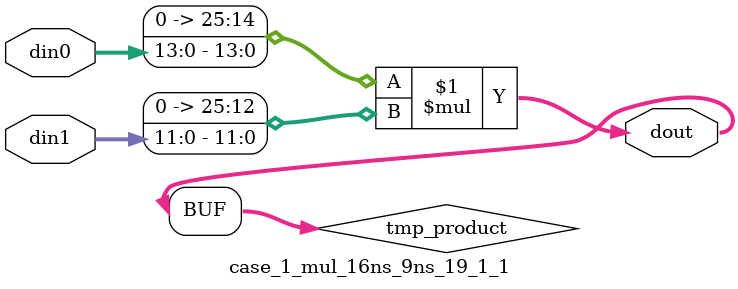
<source format=v>

`timescale 1 ns / 1 ps

 (* use_dsp = "no" *)  module case_1_mul_16ns_9ns_19_1_1(din0, din1, dout);
parameter ID = 1;
parameter NUM_STAGE = 0;
parameter din0_WIDTH = 14;
parameter din1_WIDTH = 12;
parameter dout_WIDTH = 26;

input [din0_WIDTH - 1 : 0] din0; 
input [din1_WIDTH - 1 : 0] din1; 
output [dout_WIDTH - 1 : 0] dout;

wire signed [dout_WIDTH - 1 : 0] tmp_product;
























assign tmp_product = $signed({1'b0, din0}) * $signed({1'b0, din1});











assign dout = tmp_product;





















endmodule

</source>
